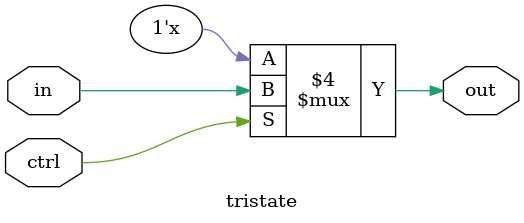
<source format=v>
module tristate(in,ctrl,out);
input in, ctrl;
output out;

wire in, ctrl;
reg out;

always@(ctrl)
 begin
   if(ctrl == 1)
    out = in;
   else
    out = 1'bz; 

 end

endmodule

</source>
